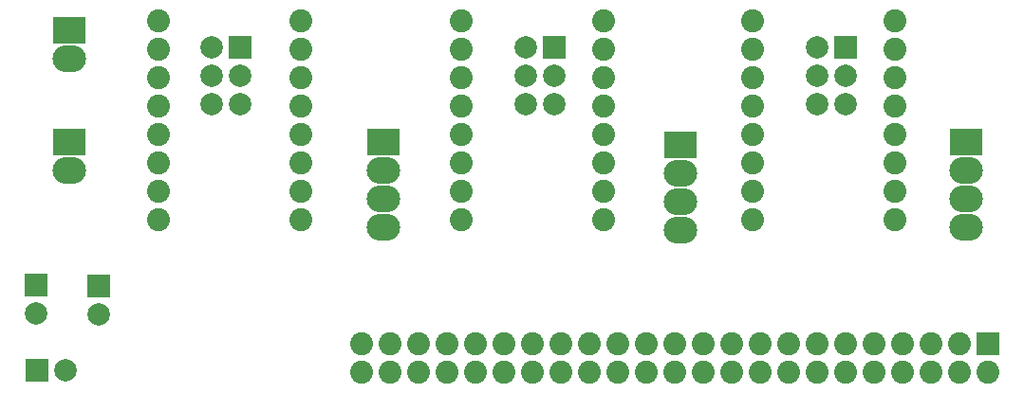
<source format=gbs>
G04 #@! TF.FileFunction,Soldermask,Bot*
%FSLAX46Y46*%
G04 Gerber Fmt 4.6, Leading zero omitted, Abs format (unit mm)*
G04 Created by KiCad (PCBNEW 4.0.2-stable) date 6/28/2016 8:29:36 AM*
%MOMM*%
G01*
G04 APERTURE LIST*
%ADD10C,0.100000*%
%ADD11R,3.000000X2.400000*%
%ADD12O,3.000000X2.400000*%
%ADD13R,2.000000X2.000000*%
%ADD14C,2.000000*%
%ADD15R,2.051000X2.051000*%
%ADD16C,2.051000*%
G04 APERTURE END LIST*
D10*
D11*
X166000000Y-110000000D03*
D12*
X166000000Y-112540000D03*
X166000000Y-115080000D03*
X166000000Y-117620000D03*
D11*
X140500000Y-110200000D03*
D12*
X140500000Y-112740000D03*
X140500000Y-115280000D03*
X140500000Y-117820000D03*
D11*
X114000000Y-110000000D03*
D12*
X114000000Y-112540000D03*
X114000000Y-115080000D03*
X114000000Y-117620000D03*
D11*
X86000000Y-100000000D03*
D12*
X86000000Y-102540000D03*
D13*
X155270000Y-101460000D03*
D14*
X152730000Y-101460000D03*
X155270000Y-104000000D03*
X152730000Y-104000000D03*
X155270000Y-106540000D03*
X152730000Y-106540000D03*
D13*
X129270000Y-101460000D03*
D14*
X126730000Y-101460000D03*
X129270000Y-104000000D03*
X126730000Y-104000000D03*
X129270000Y-106540000D03*
X126730000Y-106540000D03*
D13*
X101270000Y-101460000D03*
D14*
X98730000Y-101460000D03*
X101270000Y-104000000D03*
X98730000Y-104000000D03*
X101270000Y-106540000D03*
X98730000Y-106540000D03*
D13*
X88600000Y-122830000D03*
D14*
X88600000Y-125370000D03*
D13*
X83000000Y-122730000D03*
D14*
X83000000Y-125270000D03*
D11*
X86000000Y-110000000D03*
D12*
X86000000Y-112540000D03*
D15*
X168000000Y-128000000D03*
D16*
X168000000Y-130540000D03*
X165460000Y-128000000D03*
X165460000Y-130540000D03*
X162920000Y-128000000D03*
X162920000Y-130540000D03*
X160380000Y-128000000D03*
X160380000Y-130540000D03*
X157840000Y-128000000D03*
X157840000Y-130540000D03*
X155300000Y-128000000D03*
X155300000Y-130540000D03*
X152760000Y-128000000D03*
X152760000Y-130540000D03*
X150220000Y-128000000D03*
X150220000Y-130540000D03*
X147680000Y-128000000D03*
X147680000Y-130540000D03*
X145140000Y-128000000D03*
X145140000Y-130540000D03*
X142600000Y-128000000D03*
X142600000Y-130540000D03*
X140060000Y-128000000D03*
X140060000Y-130540000D03*
X137520000Y-128000000D03*
X137520000Y-130540000D03*
X134980000Y-128000000D03*
X134980000Y-130540000D03*
X132440000Y-128000000D03*
X132440000Y-130540000D03*
X129900000Y-128000000D03*
X129900000Y-130540000D03*
X127360000Y-128000000D03*
X127360000Y-130540000D03*
X124820000Y-128000000D03*
X124820000Y-130540000D03*
X122280000Y-128000000D03*
X122280000Y-130540000D03*
X119740000Y-128000000D03*
X119740000Y-130540000D03*
X117200000Y-128000000D03*
X117200000Y-130540000D03*
X114660000Y-128000000D03*
X114660000Y-130540000D03*
X112120000Y-128000000D03*
X112120000Y-130540000D03*
X147000000Y-99110000D03*
X147000000Y-101650000D03*
X147000000Y-104190000D03*
X147000000Y-106730000D03*
X147000000Y-109270000D03*
X147000000Y-111810000D03*
X147000000Y-114350000D03*
X147000000Y-116890000D03*
X159700000Y-116890000D03*
X159700000Y-114350000D03*
X159700000Y-111810000D03*
X159700000Y-109270000D03*
X159700000Y-106730000D03*
X159700000Y-104190000D03*
X159700000Y-101650000D03*
X159700000Y-99110000D03*
X121000000Y-99110000D03*
X121000000Y-101650000D03*
X121000000Y-104190000D03*
X121000000Y-106730000D03*
X121000000Y-109270000D03*
X121000000Y-111810000D03*
X121000000Y-114350000D03*
X121000000Y-116890000D03*
X133700000Y-116890000D03*
X133700000Y-114350000D03*
X133700000Y-111810000D03*
X133700000Y-109270000D03*
X133700000Y-106730000D03*
X133700000Y-104190000D03*
X133700000Y-101650000D03*
X133700000Y-99110000D03*
X94000000Y-99110000D03*
X94000000Y-101650000D03*
X94000000Y-104190000D03*
X94000000Y-106730000D03*
X94000000Y-109270000D03*
X94000000Y-111810000D03*
X94000000Y-114350000D03*
X94000000Y-116890000D03*
X106700000Y-116890000D03*
X106700000Y-114350000D03*
X106700000Y-111810000D03*
X106700000Y-109270000D03*
X106700000Y-106730000D03*
X106700000Y-104190000D03*
X106700000Y-101650000D03*
X106700000Y-99110000D03*
D13*
X83130000Y-130400000D03*
D14*
X85670000Y-130400000D03*
M02*

</source>
